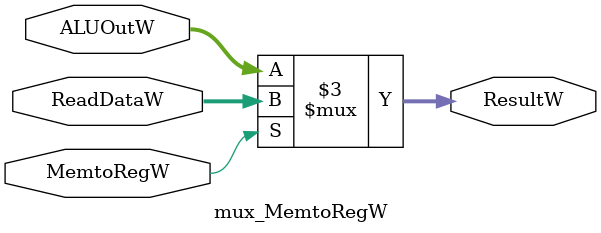
<source format=v>
`timescale 1ns / 1ps
module mux_MemtoRegW(
	input wire [31:0]ReadDataW,
	input wire [31:0]ALUOutW,
	input wire MemtoRegW,
	output reg [31:0]ResultW
);
	 
always@(*)
begin
	if(MemtoRegW)
		ResultW <= ReadDataW;
	else
		ResultW <= ALUOutW;
end


endmodule
</source>
